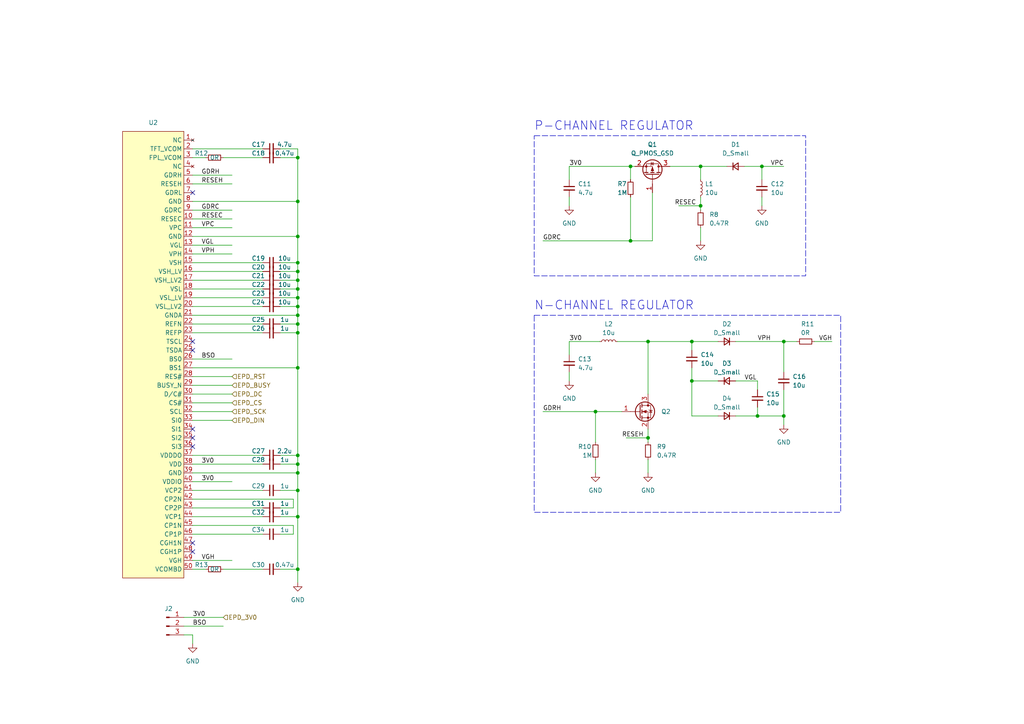
<source format=kicad_sch>
(kicad_sch (version 20230121) (generator eeschema)
  (paper "A4")
  (title_block (title "Photo Frame - Display") (date "2023-11-01") (company "Ricardo Falcão"))
  (lib_symbols
    (symbol "Connector:Conn_01x03_Pin" (pin_names (offset 1.016) hide)
      (property "Reference" "J" (at 0 5.08 0))
      (property "Value" "Conn_01x03_Pin" (at 0 -5.08 0))
      (symbol "Conn_01x03_Pin_1_1"
        (polyline (pts (xy 1.27 -2.54) (xy 0.8636 -2.54)) (stroke (width 0.1524)))
        (polyline (pts (xy 1.27 0) (xy 0.8636 0)) (stroke (width 0.1524)))
        (polyline (pts (xy 1.27 2.54) (xy 0.8636 2.54)) (stroke (width 0.1524)))
        (rectangle (start 0.8636 -2.413) (end 0 -2.667) (stroke (width 0.1524)) (fill (type outline)))
        (rectangle (start 0.8636 0.127) (end 0 -0.127) (stroke (width 0.1524)) (fill (type outline)))
        (rectangle (start 0.8636 2.667) (end 0 2.413) (stroke (width 0.1524)) (fill (type outline)))
        (pin passive line (at 5.08 2.54 180) (length 3.81) (name "Pin_1") (number "1"))
        (pin passive line (at 5.08 0 180) (length 3.81) (name "Pin_2") (number "2"))
        (pin passive line (at 5.08 -2.54 180) (length 3.81) (name "Pin_3") (number "3"))
      )
    )
    (symbol "Device:C_Small" (pin_numbers hide) (pin_names (offset 0.254) hide)
      (property "Reference" "C" (at 0.254 1.778 0))
      (property "Value" "C_Small" (at 0.254 -2.032 0))
      (symbol "C_Small_0_1"
        (polyline (pts (xy -1.524 -0.508) (xy 1.524 -0.508)) (stroke (width 0.3302)))
        (polyline (pts (xy -1.524 0.508) (xy 1.524 0.508)) (stroke (width 0.3048)))
      )
      (symbol "C_Small_1_1"
        (pin passive line (at 0 2.54 270) (length 2.032) (name "~") (number "1"))
        (pin passive line (at 0 -2.54 90) (length 2.032) (name "~") (number "2"))
      )
    )
    (symbol "Device:D_Small" (pin_numbers hide) (pin_names (offset 0.254) hide)
      (property "Reference" "D" (at -1.27 2.032 0))
      (property "Value" "D_Small" (at -3.81 -2.032 0))
      (symbol "D_Small_0_1"
        (polyline (pts (xy -0.762 -1.016) (xy -0.762 1.016)) (stroke (width 0.254)))
        (polyline (pts (xy -0.762 0) (xy 0.762 0)))
        (polyline (pts (xy 0.762 -1.016) (xy -0.762 0) (xy 0.762 1.016) (xy 0.762 -1.016)) (stroke (width 0.254)))
      )
      (symbol "D_Small_1_1"
        (pin passive line (at -2.54 0 0) (length 1.778) (name "K") (number "1"))
        (pin passive line (at 2.54 0 180) (length 1.778) (name "A") (number "2"))
      )
    )
    (symbol "Device:L_Small" (pin_numbers hide) (pin_names (offset 0.254) hide)
      (property "Reference" "L" (at 0.762 1.016 0))
      (property "Value" "L_Small" (at 0.762 -1.016 0))
      (symbol "L_Small_0_1"
        (arc (start 0 -2.032) (mid 0.5058 -1.524) (end 0 -1.016))
        (arc (start 0 -1.016) (mid 0.5058 -0.508) (end 0 0))
        (arc (start 0 0) (mid 0.5058 0.508) (end 0 1.016))
        (arc (start 0 1.016) (mid 0.5058 1.524) (end 0 2.032))
      )
      (symbol "L_Small_1_1"
        (pin passive line (at 0 2.54 270) (length 0.508) (name "~") (number "1"))
        (pin passive line (at 0 -2.54 90) (length 0.508) (name "~") (number "2"))
      )
    )
    (symbol "Device:Q_NMOS_GSD" (pin_names (offset 0) hide)
      (property "Reference" "Q" (at 5.08 1.27 0))
      (property "Value" "Q_NMOS_GSD" (at 5.08 -1.27 0))
      (symbol "Q_NMOS_GSD_0_1"
        (polyline (pts (xy 0.254 0) (xy -2.54 0)))
        (polyline (pts (xy 0.254 1.905) (xy 0.254 -1.905)) (stroke (width 0.254)))
        (polyline (pts (xy 0.762 -1.27) (xy 0.762 -2.286)) (stroke (width 0.254)))
        (polyline (pts (xy 0.762 0.508) (xy 0.762 -0.508)) (stroke (width 0.254)))
        (polyline (pts (xy 0.762 2.286) (xy 0.762 1.27)) (stroke (width 0.254)))
        (polyline (pts (xy 2.54 2.54) (xy 2.54 1.778)))
        (polyline (pts (xy 2.54 -2.54) (xy 2.54 0) (xy 0.762 0)))
        (polyline (pts (xy 0.762 -1.778) (xy 3.302 -1.778) (xy 3.302 1.778) (xy 0.762 1.778)))
        (polyline (pts (xy 1.016 0) (xy 2.032 0.381) (xy 2.032 -0.381) (xy 1.016 0)) (fill (type outline)))
        (polyline (pts (xy 2.794 0.508) (xy 2.921 0.381) (xy 3.683 0.381) (xy 3.81 0.254)))
        (polyline (pts (xy 3.302 0.381) (xy 2.921 -0.254) (xy 3.683 -0.254) (xy 3.302 0.381)))
        (circle (center 1.651 0) (radius 2.794) (stroke (width 0.254)))
        (circle (center 2.54 -1.778) (radius 0.254) (fill (type outline)))
        (circle (center 2.54 1.778) (radius 0.254) (fill (type outline)))
      )
      (symbol "Q_NMOS_GSD_1_1"
        (pin input line (at -5.08 0 0) (length 2.54) (name "G") (number "1"))
        (pin passive line (at 2.54 -5.08 90) (length 2.54) (name "S") (number "2"))
        (pin passive line (at 2.54 5.08 270) (length 2.54) (name "D") (number "3"))
      )
    )
    (symbol "Device:Q_PMOS_GSD" (pin_names (offset 0) hide)
      (property "Reference" "Q" (at 5.08 1.27 0))
      (property "Value" "Q_PMOS_GSD" (at 5.08 -1.27 0))
      (symbol "Q_PMOS_GSD_0_1"
        (polyline (pts (xy 0.254 0) (xy -2.54 0)))
        (polyline (pts (xy 0.254 1.905) (xy 0.254 -1.905)) (stroke (width 0.254)))
        (polyline (pts (xy 0.762 -1.27) (xy 0.762 -2.286)) (stroke (width 0.254)))
        (polyline (pts (xy 0.762 0.508) (xy 0.762 -0.508)) (stroke (width 0.254)))
        (polyline (pts (xy 0.762 2.286) (xy 0.762 1.27)) (stroke (width 0.254)))
        (polyline (pts (xy 2.54 2.54) (xy 2.54 1.778)))
        (polyline (pts (xy 2.54 -2.54) (xy 2.54 0) (xy 0.762 0)))
        (polyline (pts (xy 0.762 1.778) (xy 3.302 1.778) (xy 3.302 -1.778) (xy 0.762 -1.778)))
        (polyline (pts (xy 2.286 0) (xy 1.27 0.381) (xy 1.27 -0.381) (xy 2.286 0)) (fill (type outline)))
        (polyline (pts (xy 2.794 -0.508) (xy 2.921 -0.381) (xy 3.683 -0.381) (xy 3.81 -0.254)))
        (polyline (pts (xy 3.302 -0.381) (xy 2.921 0.254) (xy 3.683 0.254) (xy 3.302 -0.381)))
        (circle (center 1.651 0) (radius 2.794) (stroke (width 0.254)))
        (circle (center 2.54 -1.778) (radius 0.254) (fill (type outline)))
        (circle (center 2.54 1.778) (radius 0.254) (fill (type outline)))
      )
      (symbol "Q_PMOS_GSD_1_1"
        (pin input line (at -5.08 0 0) (length 2.54) (name "G") (number "1"))
        (pin passive line (at 2.54 -5.08 90) (length 2.54) (name "S") (number "2"))
        (pin passive line (at 2.54 5.08 270) (length 2.54) (name "D") (number "3"))
      )
    )
    (symbol "Device:R_Small" (pin_numbers hide) (pin_names (offset 0.254) hide)
      (property "Reference" "R" (at 0.762 0.508 0))
      (property "Value" "R_Small" (at 0.762 -1.016 0))
      (symbol "R_Small_0_1"
        (rectangle (start -0.762 1.778) (end 0.762 -1.778) (stroke (width 0.2032)))
      )
      (symbol "R_Small_1_1"
        (pin passive line (at 0 2.54 270) (length 0.762) (name "~") (number "1"))
        (pin passive line (at 0 -2.54 90) (length 0.762) (name "~") (number "2"))
      )
    )
    (symbol "photo_frame:FPC_50P_ACep_7.3"
      (property "Reference" "U" (at 0 0 0))
      (symbol "FPC_50P_ACep_7.3_0_0"
        (pin no_connect line (at 0 0 0) (length 2.54) (name "NC") (number "1"))
        (pin passive line (at 0 -22.86 0) (length 2.54) (name "RESEC") (number "10"))
        (pin power_out line (at 0 -25.4 0) (length 2.54) (name "VPC") (number "11"))
        (pin power_in line (at 0 -27.94 0) (length 2.54) (name "GND") (number "12"))
        (pin power_out line (at 0 -30.48 0) (length 2.54) (name "VGL") (number "13"))
        (pin power_out line (at 0 -33.02 0) (length 2.54) (name "VPH") (number "14"))
        (pin power_out line (at 0 -35.56 0) (length 2.54) (name "VSH") (number "15"))
        (pin power_out line (at 0 -38.1 0) (length 2.54) (name "VSH_LV") (number "16"))
        (pin power_out line (at 0 -40.64 0) (length 2.54) (name "VSH_LV2") (number "17"))
        (pin power_out line (at 0 -43.18 0) (length 2.54) (name "VSL") (number "18"))
        (pin power_out line (at 0 -45.72 0) (length 2.54) (name "VSL_LV") (number "19"))
        (pin power_out line (at 0 -2.54 0) (length 2.54) (name "TFT_VCOM") (number "2"))
        (pin power_out line (at 0 -48.26 0) (length 2.54) (name "VSL_LV2") (number "20"))
        (pin power_in line (at 0 -50.8 0) (length 2.54) (name "GNDA") (number "21"))
        (pin passive line (at 0 -53.34 0) (length 2.54) (name "REFN") (number "22"))
        (pin passive line (at 0 -55.88 0) (length 2.54) (name "REFP") (number "23"))
        (pin output line (at 0 -58.42 0) (length 2.54) (name "TSCL") (number "24"))
        (pin passive line (at 0 -60.96 0) (length 2.54) (name "TSDA") (number "25"))
        (pin input line (at 0 -63.5 0) (length 2.54) (name "BS0") (number "26"))
        (pin input line (at 0 -66.04 0) (length 2.54) (name "BS1") (number "27"))
        (pin input line (at 0 -68.58 0) (length 2.54) (name "RES#") (number "28"))
        (pin output line (at 0 -71.12 0) (length 2.54) (name "BUSY_N") (number "29"))
        (pin power_out line (at 0 -5.08 0) (length 2.54) (name "FPL_VCOM") (number "3"))
        (pin input line (at 0 -73.66 0) (length 2.54) (name "D/C#") (number "30"))
        (pin input line (at 0 -76.2 0) (length 2.54) (name "CS#") (number "31"))
        (pin input line (at 0 -78.74 0) (length 2.54) (name "SCL") (number "32"))
        (pin passive line (at 0 -81.28 0) (length 2.54) (name "SI0") (number "33"))
        (pin passive line (at 0 -83.82 0) (length 2.54) (name "SI1") (number "34"))
        (pin passive line (at 0 -86.36 0) (length 2.54) (name "SI2") (number "35"))
        (pin passive line (at 0 -88.9 0) (length 2.54) (name "SI3") (number "36"))
        (pin power_out line (at 0 -91.44 0) (length 2.54) (name "VDDDO") (number "37"))
        (pin power_in line (at 0 -93.98 0) (length 2.54) (name "VDD") (number "38"))
        (pin power_out line (at 0 -96.52 0) (length 2.54) (name "GND") (number "39"))
        (pin no_connect line (at 0 -7.62 0) (length 2.54) (name "NC") (number "4"))
        (pin power_in line (at 0 -99.06 0) (length 2.54) (name "VDDIO") (number "40"))
        (pin power_out line (at 0 -101.6 0) (length 2.54) (name "VCP2") (number "41"))
        (pin power_out line (at 0 -104.14 0) (length 2.54) (name "CP2N") (number "42"))
        (pin power_out line (at 0 -106.68 0) (length 2.54) (name "CP2P") (number "43"))
        (pin power_out line (at 0 -109.22 0) (length 2.54) (name "VCP1") (number "44"))
        (pin power_out line (at 0 -111.76 0) (length 2.54) (name "CP1N") (number "45"))
        (pin power_out line (at 0 -114.3 0) (length 2.54) (name "CP1P") (number "46"))
        (pin unspecified line (at 0 -116.84 0) (length 2.54) (name "CGH1N") (number "47"))
        (pin unspecified line (at 0 -119.38 0) (length 2.54) (name "CGH1P") (number "48"))
        (pin power_out line (at 0 -121.92 0) (length 2.54) (name "VGH") (number "49"))
        (pin passive line (at 0 -10.16 0) (length 2.54) (name "GDRH") (number "5"))
        (pin power_out line (at 0 -124.46 0) (length 2.54) (name "VCOMBD") (number "50"))
        (pin passive line (at 0 -12.7 0) (length 2.54) (name "RESEH") (number "6"))
        (pin unspecified line (at 0 -15.24 0) (length 2.54) (name "GDRL") (number "7"))
        (pin power_in line (at 0 -17.78 0) (length 2.54) (name "GND") (number "8"))
        (pin passive line (at 0 -20.32 0) (length 2.54) (name "GDRC") (number "9"))
      )
      (symbol "FPC_50P_ACep_7.3_1_1"
        (rectangle (start 2.54 2.54) (end 20.32 -127) (fill (type background)))
      )
    )
    (symbol "power:GND" (power) (pin_names (offset 0))
      (property "Value" "GND" (at 0 -3.81 0))
      (symbol "GND_0_1"
        (polyline (pts (xy 0 0) (xy 0 -1.27) (xy 1.27 -1.27) (xy 0 -2.54) (xy -1.27 -1.27) (xy 0 -1.27)))
      )
      (symbol "GND_1_1"
        (pin power_in line (at 0 0 270) (length 0) hide (name "GND") (number "1"))
      )
    )
  )
  (junction (at 200.66 110.49))
  (junction (at 203.2 59.69))
  (junction (at 86.36 58.42))
  (junction (at 86.36 88.9))
  (junction (at 219.71 120.65))
  (junction (at 227.33 99.06))
  (junction (at 200.66 99.06))
  (junction (at 86.36 86.36))
  (junction (at 86.36 132.08))
  (junction (at 86.36 83.82))
  (junction (at 86.36 93.98))
  (junction (at 86.36 165.1))
  (junction (at 86.36 91.44))
  (junction (at 86.36 81.28))
  (junction (at 172.72 119.38))
  (junction (at 182.88 48.26))
  (junction (at 86.36 106.68))
  (junction (at 187.96 127))
  (junction (at 86.36 134.62))
  (junction (at 203.2 48.26))
  (junction (at 86.36 149.86))
  (junction (at 187.96 99.06))
  (junction (at 220.98 48.26))
  (junction (at 86.36 76.2))
  (junction (at 227.33 120.65))
  (junction (at 182.88 69.85))
  (junction (at 86.36 68.58))
  (junction (at 86.36 137.16))
  (junction (at 86.36 45.72))
  (junction (at 86.36 78.74))
  (junction (at 86.36 142.24))
  (junction (at 86.36 96.52))
  (no_connect (at 55.88 101.6))
  (no_connect (at 55.88 99.06))
  (no_connect (at 55.88 160.02))
  (no_connect (at 55.88 127))
  (no_connect (at 55.88 124.46))
  (no_connect (at 55.88 55.88))
  (no_connect (at 55.88 129.54))
  (no_connect (at 55.88 157.48))
  (wire (pts (xy 182.88 52.07) (xy 182.88 48.26)))
  (wire (pts (xy 203.2 48.26) (xy 210.82 48.26)))
  (wire (pts (xy 55.88 149.86) (xy 76.2 149.86)))
  (wire (pts (xy 55.88 165.1) (xy 59.69 165.1)))
  (wire (pts (xy 165.1 99.06) (xy 165.1 102.87)))
  (wire (pts (xy 64.77 165.1) (xy 76.2 165.1)))
  (wire (pts (xy 81.28 76.2) (xy 86.36 76.2)))
  (wire (pts (xy 81.28 86.36) (xy 86.36 86.36)))
  (wire (pts (xy 81.28 142.24) (xy 86.36 142.24)))
  (wire (pts (xy 55.88 78.74) (xy 76.2 78.74)))
  (wire (pts (xy 67.31 114.3) (xy 55.88 114.3)))
  (wire (pts (xy 86.36 149.86) (xy 86.36 165.1)))
  (wire (pts (xy 81.28 88.9) (xy 86.36 88.9)))
  (wire (pts (xy 53.34 181.61) (xy 64.77 181.61)))
  (wire (pts (xy 182.88 69.85) (xy 189.23 69.85)))
  (wire (pts (xy 187.96 114.3) (xy 187.96 99.06)))
  (wire (pts (xy 86.36 137.16) (xy 86.36 142.24)))
  (wire (pts (xy 187.96 133.35) (xy 187.96 137.16)))
  (wire (pts (xy 55.88 139.7) (xy 67.31 139.7)))
  (wire (pts (xy 86.36 86.36) (xy 86.36 88.9)))
  (wire (pts (xy 227.33 99.06) (xy 213.36 99.06)))
  (wire (pts (xy 55.88 73.66) (xy 67.31 73.66)))
  (wire (pts (xy 86.36 165.1) (xy 86.36 168.91)))
  (wire (pts (xy 157.48 69.85) (xy 182.88 69.85)))
  (wire (pts (xy 55.88 86.36) (xy 76.2 86.36)))
  (wire (pts (xy 187.96 127) (xy 187.96 128.27)))
  (wire (pts (xy 220.98 48.26) (xy 215.9 48.26)))
  (wire (pts (xy 86.36 78.74) (xy 86.36 81.28)))
  (wire (pts (xy 55.88 93.98) (xy 76.2 93.98)))
  (wire (pts (xy 81.28 154.94) (xy 85.09 154.94)))
  (wire (pts (xy 55.88 88.9) (xy 76.2 88.9)))
  (wire (pts (xy 189.23 55.88) (xy 189.23 69.85)))
  (wire (pts (xy 55.88 147.32) (xy 76.2 147.32)))
  (wire (pts (xy 81.28 43.18) (xy 86.36 43.18)))
  (wire (pts (xy 86.36 106.68) (xy 86.36 132.08)))
  (wire (pts (xy 86.36 91.44) (xy 86.36 93.98)))
  (wire (pts (xy 86.36 76.2) (xy 86.36 78.74)))
  (wire (pts (xy 55.88 91.44) (xy 86.36 91.44)))
  (wire (pts (xy 81.28 165.1) (xy 86.36 165.1)))
  (wire (pts (xy 227.33 123.19) (xy 227.33 120.65)))
  (wire (pts (xy 55.88 50.8) (xy 67.31 50.8)))
  (wire (pts (xy 64.77 45.72) (xy 76.2 45.72)))
  (wire (pts (xy 86.36 68.58) (xy 86.36 76.2)))
  (wire (pts (xy 55.88 45.72) (xy 59.69 45.72)))
  (wire (pts (xy 194.31 48.26) (xy 203.2 48.26)))
  (wire (pts (xy 55.88 152.4) (xy 85.09 152.4)))
  (wire (pts (xy 86.36 91.44) (xy 86.36 88.9)))
  (wire (pts (xy 55.88 63.5) (xy 67.31 63.5)))
  (wire (pts (xy 213.36 120.65) (xy 219.71 120.65)))
  (wire (pts (xy 55.88 154.94) (xy 76.2 154.94)))
  (wire (pts (xy 86.36 43.18) (xy 86.36 45.72)))
  (wire (pts (xy 55.88 132.08) (xy 76.2 132.08)))
  (wire (pts (xy 55.88 71.12) (xy 67.31 71.12)))
  (wire (pts (xy 81.28 132.08) (xy 86.36 132.08)))
  (wire (pts (xy 86.36 83.82) (xy 86.36 86.36)))
  (wire (pts (xy 86.36 81.28) (xy 86.36 83.82)))
  (wire (pts (xy 81.28 149.86) (xy 86.36 149.86)))
  (wire (pts (xy 227.33 99.06) (xy 231.14 99.06)))
  (wire (pts (xy 67.31 119.38) (xy 55.88 119.38)))
  (wire (pts (xy 203.2 59.69) (xy 203.2 60.96)))
  (wire (pts (xy 86.36 134.62) (xy 86.36 137.16)))
  (wire (pts (xy 81.28 96.52) (xy 86.36 96.52)))
  (wire (pts (xy 203.2 57.15) (xy 203.2 59.69)))
  (wire (pts (xy 200.66 110.49) (xy 200.66 120.65)))
  (wire (pts (xy 55.88 53.34) (xy 67.31 53.34)))
  (wire (pts (xy 172.72 119.38) (xy 180.34 119.38)))
  (wire (pts (xy 55.88 66.04) (xy 67.31 66.04)))
  (wire (pts (xy 165.1 48.26) (xy 182.88 48.26)))
  (wire (pts (xy 55.88 134.62) (xy 76.2 134.62)))
  (wire (pts (xy 81.28 81.28) (xy 86.36 81.28)))
  (wire (pts (xy 200.66 110.49) (xy 208.28 110.49)))
  (wire (pts (xy 55.88 144.78) (xy 85.09 144.78)))
  (wire (pts (xy 200.66 99.06) (xy 208.28 99.06)))
  (wire (pts (xy 81.28 45.72) (xy 86.36 45.72)))
  (wire (pts (xy 203.2 52.07) (xy 203.2 48.26)))
  (wire (pts (xy 196.85 59.69) (xy 203.2 59.69)))
  (wire (pts (xy 172.72 119.38) (xy 172.72 128.27)))
  (wire (pts (xy 165.1 48.26) (xy 165.1 52.07)))
  (wire (pts (xy 55.88 104.14) (xy 67.31 104.14)))
  (wire (pts (xy 86.36 68.58) (xy 86.36 58.42)))
  (wire (pts (xy 55.88 76.2) (xy 76.2 76.2)))
  (wire (pts (xy 182.88 48.26) (xy 184.15 48.26)))
  (wire (pts (xy 55.88 58.42) (xy 86.36 58.42)))
  (wire (pts (xy 86.36 132.08) (xy 86.36 134.62)))
  (wire (pts (xy 67.31 116.84) (xy 55.88 116.84)))
  (wire (pts (xy 67.31 111.76) (xy 55.88 111.76)))
  (wire (pts (xy 55.88 83.82) (xy 76.2 83.82)))
  (wire (pts (xy 165.1 99.06) (xy 173.99 99.06)))
  (wire (pts (xy 227.33 120.65) (xy 227.33 113.03)))
  (wire (pts (xy 55.88 186.69) (xy 55.88 184.15)))
  (wire (pts (xy 67.31 121.92) (xy 55.88 121.92)))
  (wire (pts (xy 187.96 99.06) (xy 179.07 99.06)))
  (wire (pts (xy 81.28 147.32) (xy 85.09 147.32)))
  (wire (pts (xy 55.88 106.68) (xy 86.36 106.68)))
  (wire (pts (xy 219.71 113.03) (xy 219.71 110.49)))
  (wire (pts (xy 53.34 179.07) (xy 64.77 179.07)))
  (wire (pts (xy 55.88 60.96) (xy 67.31 60.96)))
  (wire (pts (xy 200.66 120.65) (xy 208.28 120.65)))
  (wire (pts (xy 55.88 142.24) (xy 76.2 142.24)))
  (wire (pts (xy 86.36 93.98) (xy 86.36 96.52)))
  (wire (pts (xy 86.36 142.24) (xy 86.36 149.86)))
  (wire (pts (xy 86.36 96.52) (xy 86.36 106.68)))
  (wire (pts (xy 55.88 81.28) (xy 76.2 81.28)))
  (wire (pts (xy 200.66 106.68) (xy 200.66 110.49)))
  (wire (pts (xy 85.09 147.32) (xy 85.09 144.78)))
  (wire (pts (xy 55.88 43.18) (xy 76.2 43.18)))
  (wire (pts (xy 165.1 110.49) (xy 165.1 107.95)))
  (wire (pts (xy 219.71 120.65) (xy 219.71 118.11)))
  (wire (pts (xy 55.88 137.16) (xy 86.36 137.16)))
  (wire (pts (xy 55.88 184.15) (xy 53.34 184.15)))
  (wire (pts (xy 187.96 99.06) (xy 200.66 99.06)))
  (wire (pts (xy 220.98 52.07) (xy 220.98 48.26)))
  (wire (pts (xy 55.88 96.52) (xy 76.2 96.52)))
  (wire (pts (xy 55.88 162.56) (xy 67.31 162.56)))
  (wire (pts (xy 220.98 59.69) (xy 220.98 57.15)))
  (wire (pts (xy 220.98 48.26) (xy 227.33 48.26)))
  (wire (pts (xy 181.61 127) (xy 187.96 127)))
  (wire (pts (xy 227.33 107.95) (xy 227.33 99.06)))
  (wire (pts (xy 165.1 59.69) (xy 165.1 57.15)))
  (wire (pts (xy 81.28 83.82) (xy 86.36 83.82)))
  (wire (pts (xy 81.28 93.98) (xy 86.36 93.98)))
  (wire (pts (xy 85.09 154.94) (xy 85.09 152.4)))
  (wire (pts (xy 187.96 124.46) (xy 187.96 127)))
  (wire (pts (xy 219.71 110.49) (xy 213.36 110.49)))
  (wire (pts (xy 157.48 119.38) (xy 172.72 119.38)))
  (wire (pts (xy 182.88 57.15) (xy 182.88 69.85)))
  (wire (pts (xy 81.28 134.62) (xy 86.36 134.62)))
  (wire (pts (xy 81.28 78.74) (xy 86.36 78.74)))
  (wire (pts (xy 219.71 120.65) (xy 227.33 120.65)))
  (wire (pts (xy 86.36 45.72) (xy 86.36 58.42)))
  (wire (pts (xy 67.31 109.22) (xy 55.88 109.22)))
  (wire (pts (xy 203.2 66.04) (xy 203.2 69.85)))
  (wire (pts (xy 236.22 99.06) (xy 241.3 99.06)))
  (wire (pts (xy 172.72 133.35) (xy 172.72 137.16)))
  (wire (pts (xy 55.88 68.58) (xy 86.36 68.58)))
  (wire (pts (xy 200.66 99.06) (xy 200.66 101.6)))
  (rectangle (start 154.94 39.37) (end 233.68 80.01) (stroke (width 0) (type dash)))
  (rectangle (start 154.94 91.44) (end 243.84 148.59) (stroke (width 0) (type dash)))
  (text "N-CHANNEL REGULATOR" (at 154.94 90.17 0) (effects (font (size 2.54 2.54)) (justify left bottom)))
  (text "P-CHANNEL REGULATOR" (at 154.94 38.1 0) (effects (font (size 2.54 2.54)) (justify left bottom)))
  (label "VPC" (at 58.42 66.04 0))
  (label "VPH" (at 58.42 73.66 0))
  (label "RESEH" (at 58.42 53.34 0))
  (label "VGL" (at 58.42 71.12 0))
  (label "VPH" (at 219.71 99.06 0))
  (label "VPC" (at 227.33 48.26 180))
  (label "VGL" (at 215.9 110.49 0))
  (label "GDRH" (at 58.42 50.8 0))
  (label "GDRH" (at 157.48 119.38 0))
  (label "GDRC" (at 157.48 69.85 0))
  (label "RESEC" (at 58.42 63.5 0))
  (label "3V0" (at 58.42 139.7 0))
  (label "3V0" (at 58.42 134.62 0))
  (label "VGH" (at 58.42 162.56 0))
  (label "BSO" (at 58.42 104.14 0))
  (label "GDRC" (at 58.42 60.96 0))
  (label "3V0" (at 165.1 99.06 0))
  (label "BSO" (at 55.88 181.61 0))
  (label "VGH" (at 237.49 99.06 0))
  (label "RESEC" (at 201.93 59.69 180))
  (label "RESEH" (at 186.69 127 180))
  (label "3V0" (at 55.88 179.07 0))
  (label "3V0" (at 165.1 48.26 0))
  (hierarchical_label "EPD_RST" (shape input) (at 67.31 109.22 0))
  (hierarchical_label "EPD_SCK" (shape input) (at 67.31 119.38 0))
  (hierarchical_label "EPD_DIN" (shape input) (at 67.31 121.92 0))
  (hierarchical_label "EPD_CS" (shape input) (at 67.31 116.84 0))
  (hierarchical_label "EPD_DC" (shape input) (at 67.31 114.3 0))
  (hierarchical_label "EPD_3V0" (shape input) (at 64.77 179.07 0))
  (hierarchical_label "EPD_BUSY" (shape input) (at 67.31 111.76 0))
  (symbol (lib_id "Device:C_Small") (at 227.33 110.49 0) (unit 1)
    (property "Reference" "C16" (at 229.87 109.2263 0) (effects (justify left)))
    (property "Value" "10u" (at 229.87 111.7663 0) (effects (justify left)))
    (property "Footprint" "Capacitor_SMD:C_0603_1608Metric" (effects hide))
  )
  (symbol (lib_id "Device:C_Small") (at 78.74 83.82 90) (unit 1)
    (property "Reference" "C22" (at 74.93 82.55 90))
    (property "Value" "10u" (at 82.55 82.55 90))
    (property "Footprint" "Capacitor_SMD:C_0603_1608Metric" (effects hide))
  )
  (symbol (lib_id "Device:D_Small") (at 213.36 48.26 0) (unit 1)
    (property "Reference" "D1" (at 213.36 41.91 0))
    (property "Value" "D_Small" (at 213.36 44.45 0))
    (property "Sim.Device" "D" (effects hide))
    (property "Sim.Pins" "1=K 2=A" (effects hide))
  )
  (symbol (lib_id "Device:C_Small") (at 78.74 45.72 90) (unit 1)
    (property "Reference" "C18" (at 74.93 44.45 90))
    (property "Value" "0.47u" (at 82.55 44.45 90))
    (property "Footprint" "Capacitor_SMD:C_0603_1608Metric" (effects hide))
  )
  (symbol (lib_id "Device:C_Small") (at 78.74 86.36 90) (unit 1)
    (property "Reference" "C23" (at 74.93 85.09 90))
    (property "Value" "10u" (at 82.55 85.09 90))
    (property "Footprint" "Capacitor_SMD:C_0603_1608Metric" (effects hide))
  )
  (symbol (lib_id "Device:D_Small") (at 210.82 120.65 180) (unit 1)
    (property "Reference" "D4" (at 210.82 115.57 0))
    (property "Value" "D_Small" (at 210.82 118.11 0))
    (property "Sim.Device" "D" (effects hide))
    (property "Sim.Pins" "1=K 2=A" (effects hide))
  )
  (symbol (lib_id "Device:R_Small") (at 187.96 130.81 0) (unit 1)
    (property "Reference" "R9" (at 190.5 129.54 0) (effects (justify left)))
    (property "Value" "0.47R" (at 190.5 132.08 0) (effects (justify left)))
    (property "Footprint" "Resistor_SMD:R_0603_1608Metric" (effects hide))
  )
  (symbol (lib_id "Device:C_Small") (at 78.74 43.18 90) (unit 1)
    (property "Reference" "C17" (at 74.93 41.91 90))
    (property "Value" "4.7u" (at 82.55 41.91 90))
    (property "Footprint" "Capacitor_SMD:C_0603_1608Metric" (effects hide))
  )
  (symbol (lib_id "Device:C_Small") (at 220.98 54.61 0) (unit 1)
    (property "Reference" "C12" (at 223.52 53.3463 0) (effects (justify left)))
    (property "Value" "10u" (at 223.52 55.8863 0) (effects (justify left)))
    (property "Footprint" "Capacitor_SMD:C_0603_1608Metric" (effects hide))
  )
  (symbol (lib_id "Device:C_Small") (at 78.74 96.52 90) (unit 1)
    (property "Reference" "C26" (at 74.93 95.25 90))
    (property "Value" "1u" (at 82.55 95.25 90))
    (property "Footprint" "Capacitor_SMD:C_0603_1608Metric" (effects hide))
  )
  (symbol (lib_id "Device:C_Small") (at 78.74 78.74 90) (unit 1)
    (property "Reference" "C20" (at 74.93 77.47 90))
    (property "Value" "10u" (at 82.55 77.47 90))
    (property "Footprint" "Capacitor_SMD:C_0603_1608Metric" (effects hide))
  )
  (symbol (lib_id "Device:D_Small") (at 210.82 99.06 180) (unit 1)
    (property "Reference" "D2" (at 210.82 93.98 0))
    (property "Value" "D_Small" (at 210.82 96.52 0))
    (property "Sim.Device" "D" (effects hide))
    (property "Sim.Pins" "1=K 2=A" (effects hide))
  )
  (symbol (lib_id "Device:C_Small") (at 78.74 142.24 90) (unit 1)
    (property "Reference" "C29" (at 74.93 140.97 90))
    (property "Value" "1u" (at 82.55 140.97 90))
    (property "Footprint" "Capacitor_SMD:C_0603_1608Metric" (effects hide))
  )
  (symbol (lib_id "power:GND") (at 203.2 69.85 0) (unit 1)
    (property "Reference" "#PWR022" (effects hide))
    (property "Value" "GND" (at 203.2 74.93 0))
  )
  (symbol (lib_id "power:GND") (at 187.96 137.16 0) (unit 1)
    (property "Reference" "#PWR025" (effects hide))
    (property "Value" "GND" (at 187.96 142.24 0))
  )
  (symbol (lib_id "Device:C_Small") (at 78.74 165.1 90) (unit 1)
    (property "Reference" "C30" (at 74.93 163.83 90))
    (property "Value" "0.47u" (at 82.55 163.83 90))
    (property "Footprint" "Capacitor_SMD:C_0603_1608Metric" (effects hide))
  )
  (symbol (lib_id "Device:L_Small") (at 176.53 99.06 90) (unit 1)
    (property "Reference" "L2" (at 176.53 93.98 90))
    (property "Value" "10u" (at 176.53 96.52 90))
  )
  (symbol (lib_id "power:GND") (at 165.1 59.69 0) (unit 1)
    (property "Reference" "#PWR021" (effects hide))
    (property "Value" "GND" (at 165.1 64.77 0))
  )
  (symbol (lib_id "photo_frame:FPC_50P_ACep_7.3") (at 55.88 40.64 0) (mirror y) (unit 1)
    (property "Reference" "U2" (at 44.45 35.56 0))
    (property "Value" "~" (at 55.88 40.64 0))
    (property "Footprint" "photo_frame:FH34SRJ-50S-0.5SH(50)" (effects hide))
  )
  (symbol (lib_id "Device:C_Small") (at 78.74 81.28 90) (unit 1)
    (property "Reference" "C21" (at 74.93 80.01 90))
    (property "Value" "10u" (at 82.55 80.01 90))
    (property "Footprint" "Capacitor_SMD:C_0603_1608Metric" (effects hide))
  )
  (symbol (lib_id "Device:C_Small") (at 78.74 134.62 90) (unit 1)
    (property "Reference" "C28" (at 74.93 133.35 90))
    (property "Value" "1u" (at 82.55 133.35 90))
    (property "Footprint" "Capacitor_SMD:C_0603_1608Metric" (effects hide))
  )
  (symbol (lib_id "Device:C_Small") (at 78.74 149.86 90) (unit 1)
    (property "Reference" "C32" (at 74.93 148.59 90))
    (property "Value" "1u" (at 82.55 148.59 90))
    (property "Footprint" "Capacitor_SMD:C_0603_1608Metric" (effects hide))
  )
  (symbol (lib_id "power:GND") (at 227.33 123.19 0) (unit 1)
    (property "Reference" "#PWR027" (effects hide))
    (property "Value" "GND" (at 227.33 128.27 0))
  )
  (symbol (lib_id "Device:C_Small") (at 78.74 93.98 90) (unit 1)
    (property "Reference" "C25" (at 74.93 92.71 90))
    (property "Value" "1u" (at 82.55 92.71 90))
    (property "Footprint" "Capacitor_SMD:C_0603_1608Metric" (effects hide))
  )
  (symbol (lib_id "Device:C_Small") (at 165.1 54.61 0) (unit 1)
    (property "Reference" "C11" (at 167.64 53.3463 0) (effects (justify left)))
    (property "Value" "4.7u" (at 167.64 55.8863 0) (effects (justify left)))
    (property "Footprint" "Capacitor_SMD:C_0603_1608Metric" (effects hide))
  )
  (symbol (lib_id "Device:R_Small") (at 203.2 63.5 0) (unit 1)
    (property "Reference" "R8" (at 205.74 62.23 0) (effects (justify left)))
    (property "Value" "0.47R" (at 205.74 64.77 0) (effects (justify left)))
    (property "Footprint" "Resistor_SMD:R_0603_1608Metric" (effects hide))
  )
  (symbol (lib_id "power:GND") (at 86.36 168.91 0) (unit 1)
    (property "Reference" "#PWR029" (effects hide))
    (property "Value" "GND" (at 86.36 173.99 0))
  )
  (symbol (lib_id "Device:C_Small") (at 78.74 76.2 90) (unit 1)
    (property "Reference" "C19" (at 74.93 74.93 90))
    (property "Value" "10u" (at 82.55 74.93 90))
    (property "Footprint" "Capacitor_SMD:C_0603_1608Metric" (effects hide))
  )
  (symbol (lib_id "Device:R_Small") (at 62.23 165.1 90) (unit 1)
    (property "Reference" "R13" (at 58.42 163.83 90))
    (property "Value" "0R" (at 62.23 165.1 90))
    (property "Footprint" "Resistor_SMD:R_0603_1608Metric" (effects hide))
  )
  (symbol (lib_id "Device:R_Small") (at 62.23 45.72 90) (unit 1)
    (property "Reference" "R12" (at 58.42 44.45 90))
    (property "Value" "0R" (at 62.23 45.72 90))
    (property "Footprint" "Resistor_SMD:R_0603_1608Metric" (effects hide))
  )
  (symbol (lib_id "power:GND") (at 165.1 110.49 0) (unit 1)
    (property "Reference" "#PWR024" (effects hide))
    (property "Value" "GND" (at 165.1 115.57 0))
  )
  (symbol (lib_id "Connector:Conn_01x03_Pin") (at 48.26 181.61 0) (unit 1)
    (property "Reference" "J2" (at 48.895 176.53 0))
    (property "Value" "Conn_01x03_Pin" (effects hide))
    (property "Footprint" "Connector_PinHeader_1.00mm:PinHeader_1x03_P1.00mm_Vertical" (effects hide))
  )
  (symbol (lib_id "power:GND") (at 55.88 186.69 0) (unit 1)
    (property "Reference" "#PWR028" (effects hide))
    (property "Value" "GND" (at 55.88 191.77 0))
  )
  (symbol (lib_id "Device:C_Small") (at 78.74 88.9 90) (unit 1)
    (property "Reference" "C24" (at 74.93 87.63 90))
    (property "Value" "10u" (at 82.55 87.63 90))
    (property "Footprint" "Capacitor_SMD:C_0603_1608Metric" (effects hide))
  )
  (symbol (lib_id "Device:C_Small") (at 78.74 154.94 90) (unit 1)
    (property "Reference" "C34" (at 74.93 153.67 90))
    (property "Value" "1u" (at 82.55 153.67 90))
    (property "Footprint" "Capacitor_SMD:C_0603_1608Metric" (effects hide))
  )
  (symbol (lib_id "Device:D_Small") (at 210.82 110.49 0) (mirror x) (unit 1)
    (property "Reference" "D3" (at 210.82 105.41 0))
    (property "Value" "D_Small" (at 210.82 107.95 0))
    (property "Sim.Device" "D" (effects hide))
    (property "Sim.Pins" "1=K 2=A" (effects hide))
  )
  (symbol (lib_id "Device:C_Small") (at 78.74 147.32 90) (unit 1)
    (property "Reference" "C31" (at 74.93 146.05 90))
    (property "Value" "1u" (at 82.55 146.05 90))
    (property "Footprint" "Capacitor_SMD:C_0603_1608Metric" (effects hide))
  )
  (symbol (lib_id "Device:Q_NMOS_GSD") (at 185.42 119.38 0) (unit 1)
    (property "Reference" "Q2" (at 191.77 119.38 0) (effects (justify left)))
    (property "Value" "Q_NMOS_GSD" (effects hide))
  )
  (symbol (lib_id "Device:C_Small") (at 165.1 105.41 0) (unit 1)
    (property "Reference" "C13" (at 167.64 104.1463 0) (effects (justify left)))
    (property "Value" "4.7u" (at 167.64 106.6863 0) (effects (justify left)))
    (property "Footprint" "Capacitor_SMD:C_0603_1608Metric" (effects hide))
  )
  (symbol (lib_id "power:GND") (at 172.72 137.16 0) (unit 1)
    (property "Reference" "#PWR026" (effects hide))
    (property "Value" "GND" (at 172.72 142.24 0))
  )
  (symbol (lib_id "Device:R_Small") (at 182.88 54.61 0) (mirror y) (unit 1)
    (property "Reference" "R7" (at 179.07 53.34 0) (effects (justify right)))
    (property "Value" "1M" (at 179.07 55.88 0) (effects (justify right)))
    (property "Footprint" "Resistor_SMD:R_0603_1608Metric" (effects hide))
  )
  (symbol (lib_id "Device:Q_PMOS_GSD") (at 189.23 50.8 270) (mirror x) (unit 1)
    (property "Reference" "Q1" (at 189.23 41.91 90))
    (property "Value" "Q_PMOS_GSD" (at 189.23 44.45 90))
  )
  (symbol (lib_id "Device:C_Small") (at 200.66 104.14 0) (unit 1)
    (property "Reference" "C14" (at 203.2 102.8763 0) (effects (justify left)))
    (property "Value" "10u" (at 203.2 105.4163 0) (effects (justify left)))
    (property "Footprint" "Capacitor_SMD:C_0603_1608Metric" (effects hide))
  )
  (symbol (lib_id "power:GND") (at 220.98 59.69 0) (unit 1)
    (property "Reference" "#PWR023" (effects hide))
    (property "Value" "GND" (at 220.98 64.77 0))
  )
  (symbol (lib_id "Device:L_Small") (at 203.2 54.61 0) (unit 1)
    (property "Reference" "L1" (at 204.47 53.34 0) (effects (justify left)))
    (property "Value" "10u" (at 204.47 55.88 0) (effects (justify left)))
  )
  (symbol (lib_id "Device:R_Small") (at 172.72 130.81 0) (mirror y) (unit 1)
    (property "Reference" "R10" (at 167.64 129.54 0) (effects (justify right)))
    (property "Value" "1M" (at 168.91 132.08 0) (effects (justify right)))
    (property "Footprint" "Resistor_SMD:R_0603_1608Metric" (effects hide))
  )
  (symbol (lib_id "Device:R_Small") (at 233.68 99.06 270) (mirror x) (unit 1)
    (property "Reference" "R11" (at 236.22 93.98 90) (effects (justify right)))
    (property "Value" "0R" (at 234.95 96.52 90) (effects (justify right)))
    (property "Footprint" "Resistor_SMD:R_0603_1608Metric" (effects hide))
  )
  (symbol (lib_id "Device:C_Small") (at 219.71 115.57 0) (unit 1)
    (property "Reference" "C15" (at 222.25 114.3063 0) (effects (justify left)))
    (property "Value" "10u" (at 222.25 116.8463 0) (effects (justify left)))
    (property "Footprint" "Capacitor_SMD:C_0603_1608Metric" (effects hide))
  )
  (symbol (lib_id "Device:C_Small") (at 78.74 132.08 90) (unit 1)
    (property "Reference" "C27" (at 74.93 130.81 90))
    (property "Value" "2.2u" (at 82.55 130.81 90))
    (property "Footprint" "Capacitor_SMD:C_0603_1608Metric" (effects hide))
  )
)
</source>
